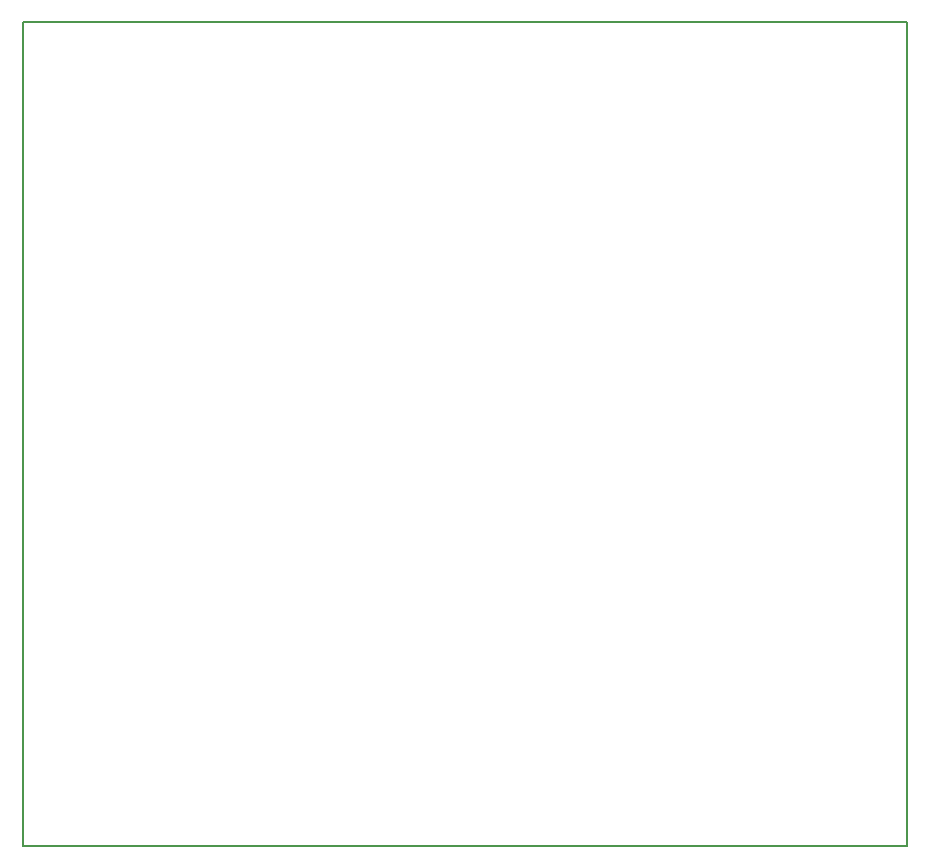
<source format=gbo>
G04 MADE WITH FRITZING*
G04 WWW.FRITZING.ORG*
G04 DOUBLE SIDED*
G04 HOLES PLATED*
G04 CONTOUR ON CENTER OF CONTOUR VECTOR*
%ASAXBY*%
%FSLAX23Y23*%
%MOIN*%
%OFA0B0*%
%SFA1.0B1.0*%
%ADD10R,2.952760X2.755910X2.936760X2.739910*%
%ADD11C,0.008000*%
%LNSILK0*%
G90*
G70*
G54D11*
X4Y2752D02*
X2949Y2752D01*
X2949Y4D01*
X4Y4D01*
X4Y2752D01*
D02*
G04 End of Silk0*
M02*
</source>
